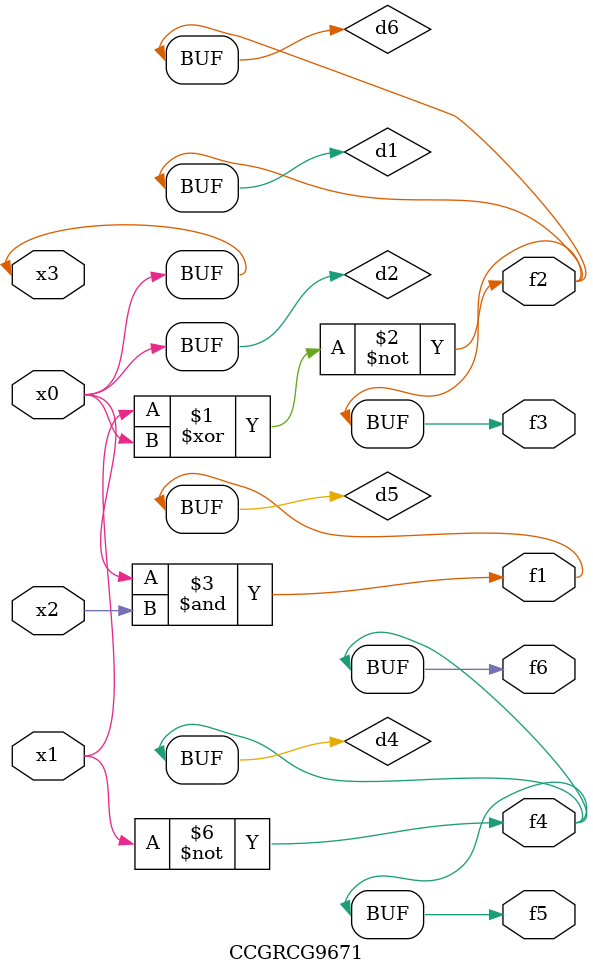
<source format=v>
module CCGRCG9671(
	input x0, x1, x2, x3,
	output f1, f2, f3, f4, f5, f6
);

	wire d1, d2, d3, d4, d5, d6;

	xnor (d1, x1, x3);
	buf (d2, x0, x3);
	nand (d3, x0, x2);
	not (d4, x1);
	nand (d5, d3);
	or (d6, d1);
	assign f1 = d5;
	assign f2 = d6;
	assign f3 = d6;
	assign f4 = d4;
	assign f5 = d4;
	assign f6 = d4;
endmodule

</source>
